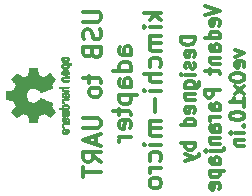
<source format=gbr>
%TF.GenerationSoftware,KiCad,Pcbnew,5.1.10-88a1d61d58~90~ubuntu20.04.1*%
%TF.CreationDate,2021-07-15T12:02:29+05:30*%
%TF.ProjectId,kimchi-uart-adapter,6b696d63-6869-42d7-9561-72742d616461,rev?*%
%TF.SameCoordinates,Original*%
%TF.FileFunction,Legend,Bot*%
%TF.FilePolarity,Positive*%
%FSLAX46Y46*%
G04 Gerber Fmt 4.6, Leading zero omitted, Abs format (unit mm)*
G04 Created by KiCad (PCBNEW 5.1.10-88a1d61d58~90~ubuntu20.04.1) date 2021-07-15 12:02:29*
%MOMM*%
%LPD*%
G01*
G04 APERTURE LIST*
%ADD10C,0.300000*%
%ADD11C,0.010000*%
G04 APERTURE END LIST*
D10*
X142721751Y-93160282D02*
X143936037Y-93160282D01*
X144078894Y-93231711D01*
X144150322Y-93303140D01*
X144221751Y-93445997D01*
X144221751Y-93731711D01*
X144150322Y-93874568D01*
X144078894Y-93945997D01*
X143936037Y-94017425D01*
X142721751Y-94017425D01*
X144150322Y-94660282D02*
X144221751Y-94874568D01*
X144221751Y-95231711D01*
X144150322Y-95374568D01*
X144078894Y-95445997D01*
X143936037Y-95517425D01*
X143793180Y-95517425D01*
X143650322Y-95445997D01*
X143578894Y-95374568D01*
X143507465Y-95231711D01*
X143436037Y-94945997D01*
X143364608Y-94803140D01*
X143293180Y-94731711D01*
X143150322Y-94660282D01*
X143007465Y-94660282D01*
X142864608Y-94731711D01*
X142793180Y-94803140D01*
X142721751Y-94945997D01*
X142721751Y-95303140D01*
X142793180Y-95517425D01*
X143436037Y-96660282D02*
X143507465Y-96874568D01*
X143578894Y-96945997D01*
X143721751Y-97017425D01*
X143936037Y-97017425D01*
X144078894Y-96945997D01*
X144150322Y-96874568D01*
X144221751Y-96731711D01*
X144221751Y-96160282D01*
X142721751Y-96160282D01*
X142721751Y-96660282D01*
X142793180Y-96803140D01*
X142864608Y-96874568D01*
X143007465Y-96945997D01*
X143150322Y-96945997D01*
X143293180Y-96874568D01*
X143364608Y-96803140D01*
X143436037Y-96660282D01*
X143436037Y-96160282D01*
X143221751Y-98588854D02*
X143221751Y-99160282D01*
X142721751Y-98803140D02*
X144007465Y-98803140D01*
X144150322Y-98874568D01*
X144221751Y-99017425D01*
X144221751Y-99160282D01*
X144221751Y-99874568D02*
X144150322Y-99731711D01*
X144078894Y-99660282D01*
X143936037Y-99588854D01*
X143507465Y-99588854D01*
X143364608Y-99660282D01*
X143293180Y-99731711D01*
X143221751Y-99874568D01*
X143221751Y-100088854D01*
X143293180Y-100231711D01*
X143364608Y-100303140D01*
X143507465Y-100374568D01*
X143936037Y-100374568D01*
X144078894Y-100303140D01*
X144150322Y-100231711D01*
X144221751Y-100088854D01*
X144221751Y-99874568D01*
X142721751Y-102160282D02*
X143936037Y-102160282D01*
X144078894Y-102231711D01*
X144150322Y-102303140D01*
X144221751Y-102445997D01*
X144221751Y-102731711D01*
X144150322Y-102874568D01*
X144078894Y-102945997D01*
X143936037Y-103017425D01*
X142721751Y-103017425D01*
X143793180Y-103660282D02*
X143793180Y-104374568D01*
X144221751Y-103517425D02*
X142721751Y-104017425D01*
X144221751Y-104517425D01*
X144221751Y-105874568D02*
X143507465Y-105374568D01*
X144221751Y-105017425D02*
X142721751Y-105017425D01*
X142721751Y-105588854D01*
X142793180Y-105731711D01*
X142864608Y-105803140D01*
X143007465Y-105874568D01*
X143221751Y-105874568D01*
X143364608Y-105803140D01*
X143436037Y-105731711D01*
X143507465Y-105588854D01*
X143507465Y-105017425D01*
X142721751Y-106303140D02*
X142721751Y-107160282D01*
X144221751Y-106731711D02*
X142721751Y-106731711D01*
X146771751Y-96803140D02*
X145986037Y-96803140D01*
X145843180Y-96731711D01*
X145771751Y-96588854D01*
X145771751Y-96303140D01*
X145843180Y-96160282D01*
X146700322Y-96803140D02*
X146771751Y-96660282D01*
X146771751Y-96303140D01*
X146700322Y-96160282D01*
X146557465Y-96088854D01*
X146414608Y-96088854D01*
X146271751Y-96160282D01*
X146200322Y-96303140D01*
X146200322Y-96660282D01*
X146128894Y-96803140D01*
X146771751Y-98160282D02*
X145271751Y-98160282D01*
X146700322Y-98160282D02*
X146771751Y-98017425D01*
X146771751Y-97731711D01*
X146700322Y-97588854D01*
X146628894Y-97517425D01*
X146486037Y-97445997D01*
X146057465Y-97445997D01*
X145914608Y-97517425D01*
X145843180Y-97588854D01*
X145771751Y-97731711D01*
X145771751Y-98017425D01*
X145843180Y-98160282D01*
X146771751Y-99517425D02*
X145986037Y-99517425D01*
X145843180Y-99445997D01*
X145771751Y-99303140D01*
X145771751Y-99017425D01*
X145843180Y-98874568D01*
X146700322Y-99517425D02*
X146771751Y-99374568D01*
X146771751Y-99017425D01*
X146700322Y-98874568D01*
X146557465Y-98803140D01*
X146414608Y-98803140D01*
X146271751Y-98874568D01*
X146200322Y-99017425D01*
X146200322Y-99374568D01*
X146128894Y-99517425D01*
X145771751Y-100231711D02*
X147271751Y-100231711D01*
X145843180Y-100231711D02*
X145771751Y-100374568D01*
X145771751Y-100660282D01*
X145843180Y-100803140D01*
X145914608Y-100874568D01*
X146057465Y-100945997D01*
X146486037Y-100945997D01*
X146628894Y-100874568D01*
X146700322Y-100803140D01*
X146771751Y-100660282D01*
X146771751Y-100374568D01*
X146700322Y-100231711D01*
X145771751Y-101374568D02*
X145771751Y-101945997D01*
X145271751Y-101588854D02*
X146557465Y-101588854D01*
X146700322Y-101660282D01*
X146771751Y-101803140D01*
X146771751Y-101945997D01*
X146700322Y-103017425D02*
X146771751Y-102874568D01*
X146771751Y-102588854D01*
X146700322Y-102445997D01*
X146557465Y-102374568D01*
X145986037Y-102374568D01*
X145843180Y-102445997D01*
X145771751Y-102588854D01*
X145771751Y-102874568D01*
X145843180Y-103017425D01*
X145986037Y-103088854D01*
X146128894Y-103088854D01*
X146271751Y-102374568D01*
X146771751Y-103731711D02*
X145771751Y-103731711D01*
X146057465Y-103731711D02*
X145914608Y-103803140D01*
X145843180Y-103874568D01*
X145771751Y-104017425D01*
X145771751Y-104160282D01*
X149321751Y-93267425D02*
X147821751Y-93267425D01*
X148750322Y-93410282D02*
X149321751Y-93838854D01*
X148321751Y-93838854D02*
X148893180Y-93267425D01*
X149321751Y-94481711D02*
X148321751Y-94481711D01*
X147821751Y-94481711D02*
X147893180Y-94410282D01*
X147964608Y-94481711D01*
X147893180Y-94553140D01*
X147821751Y-94481711D01*
X147964608Y-94481711D01*
X149321751Y-95195997D02*
X148321751Y-95195997D01*
X148464608Y-95195997D02*
X148393180Y-95267425D01*
X148321751Y-95410282D01*
X148321751Y-95624568D01*
X148393180Y-95767425D01*
X148536037Y-95838854D01*
X149321751Y-95838854D01*
X148536037Y-95838854D02*
X148393180Y-95910282D01*
X148321751Y-96053140D01*
X148321751Y-96267425D01*
X148393180Y-96410282D01*
X148536037Y-96481711D01*
X149321751Y-96481711D01*
X149250322Y-97838854D02*
X149321751Y-97695997D01*
X149321751Y-97410282D01*
X149250322Y-97267425D01*
X149178894Y-97195997D01*
X149036037Y-97124568D01*
X148607465Y-97124568D01*
X148464608Y-97195997D01*
X148393180Y-97267425D01*
X148321751Y-97410282D01*
X148321751Y-97695997D01*
X148393180Y-97838854D01*
X149321751Y-98481711D02*
X147821751Y-98481711D01*
X149321751Y-99124568D02*
X148536037Y-99124568D01*
X148393180Y-99053140D01*
X148321751Y-98910282D01*
X148321751Y-98695997D01*
X148393180Y-98553140D01*
X148464608Y-98481711D01*
X149321751Y-99838854D02*
X148321751Y-99838854D01*
X147821751Y-99838854D02*
X147893180Y-99767425D01*
X147964608Y-99838854D01*
X147893180Y-99910282D01*
X147821751Y-99838854D01*
X147964608Y-99838854D01*
X148750322Y-100553140D02*
X148750322Y-101695997D01*
X149321751Y-102410282D02*
X148321751Y-102410282D01*
X148464608Y-102410282D02*
X148393180Y-102481711D01*
X148321751Y-102624568D01*
X148321751Y-102838854D01*
X148393180Y-102981711D01*
X148536037Y-103053140D01*
X149321751Y-103053140D01*
X148536037Y-103053140D02*
X148393180Y-103124568D01*
X148321751Y-103267425D01*
X148321751Y-103481711D01*
X148393180Y-103624568D01*
X148536037Y-103695997D01*
X149321751Y-103695997D01*
X149321751Y-104410282D02*
X148321751Y-104410282D01*
X147821751Y-104410282D02*
X147893180Y-104338854D01*
X147964608Y-104410282D01*
X147893180Y-104481711D01*
X147821751Y-104410282D01*
X147964608Y-104410282D01*
X149250322Y-105767425D02*
X149321751Y-105624568D01*
X149321751Y-105338854D01*
X149250322Y-105195997D01*
X149178894Y-105124568D01*
X149036037Y-105053140D01*
X148607465Y-105053140D01*
X148464608Y-105124568D01*
X148393180Y-105195997D01*
X148321751Y-105338854D01*
X148321751Y-105624568D01*
X148393180Y-105767425D01*
X149321751Y-106410282D02*
X148321751Y-106410282D01*
X148607465Y-106410282D02*
X148464608Y-106481711D01*
X148393180Y-106553140D01*
X148321751Y-106695997D01*
X148321751Y-106838854D01*
X149321751Y-107553140D02*
X149250322Y-107410282D01*
X149178894Y-107338854D01*
X149036037Y-107267425D01*
X148607465Y-107267425D01*
X148464608Y-107338854D01*
X148393180Y-107410282D01*
X148321751Y-107553140D01*
X148321751Y-107767425D01*
X148393180Y-107910282D01*
X148464608Y-107981711D01*
X148607465Y-108053140D01*
X149036037Y-108053140D01*
X149178894Y-107981711D01*
X149250322Y-107910282D01*
X149321751Y-107767425D01*
X149321751Y-107553140D01*
X152148417Y-95307800D02*
X150948417Y-95307800D01*
X150948417Y-95593514D01*
X151005560Y-95764942D01*
X151119845Y-95879228D01*
X151234131Y-95936371D01*
X151462702Y-95993514D01*
X151634131Y-95993514D01*
X151862702Y-95936371D01*
X151976988Y-95879228D01*
X152091274Y-95764942D01*
X152148417Y-95593514D01*
X152148417Y-95307800D01*
X152091274Y-96964942D02*
X152148417Y-96850657D01*
X152148417Y-96622085D01*
X152091274Y-96507800D01*
X151976988Y-96450657D01*
X151519845Y-96450657D01*
X151405560Y-96507800D01*
X151348417Y-96622085D01*
X151348417Y-96850657D01*
X151405560Y-96964942D01*
X151519845Y-97022085D01*
X151634131Y-97022085D01*
X151748417Y-96450657D01*
X152091274Y-97479228D02*
X152148417Y-97593514D01*
X152148417Y-97822085D01*
X152091274Y-97936371D01*
X151976988Y-97993514D01*
X151919845Y-97993514D01*
X151805560Y-97936371D01*
X151748417Y-97822085D01*
X151748417Y-97650657D01*
X151691274Y-97536371D01*
X151576988Y-97479228D01*
X151519845Y-97479228D01*
X151405560Y-97536371D01*
X151348417Y-97650657D01*
X151348417Y-97822085D01*
X151405560Y-97936371D01*
X152148417Y-98507800D02*
X151348417Y-98507800D01*
X150948417Y-98507800D02*
X151005560Y-98450657D01*
X151062702Y-98507800D01*
X151005560Y-98564942D01*
X150948417Y-98507800D01*
X151062702Y-98507800D01*
X151348417Y-99593514D02*
X152319845Y-99593514D01*
X152434131Y-99536371D01*
X152491274Y-99479228D01*
X152548417Y-99364942D01*
X152548417Y-99193514D01*
X152491274Y-99079228D01*
X152091274Y-99593514D02*
X152148417Y-99479228D01*
X152148417Y-99250657D01*
X152091274Y-99136371D01*
X152034131Y-99079228D01*
X151919845Y-99022085D01*
X151576988Y-99022085D01*
X151462702Y-99079228D01*
X151405560Y-99136371D01*
X151348417Y-99250657D01*
X151348417Y-99479228D01*
X151405560Y-99593514D01*
X151348417Y-100164942D02*
X152148417Y-100164942D01*
X151462702Y-100164942D02*
X151405560Y-100222085D01*
X151348417Y-100336371D01*
X151348417Y-100507800D01*
X151405560Y-100622085D01*
X151519845Y-100679228D01*
X152148417Y-100679228D01*
X152091274Y-101707800D02*
X152148417Y-101593514D01*
X152148417Y-101364942D01*
X152091274Y-101250657D01*
X151976988Y-101193514D01*
X151519845Y-101193514D01*
X151405560Y-101250657D01*
X151348417Y-101364942D01*
X151348417Y-101593514D01*
X151405560Y-101707800D01*
X151519845Y-101764942D01*
X151634131Y-101764942D01*
X151748417Y-101193514D01*
X152148417Y-102793514D02*
X150948417Y-102793514D01*
X152091274Y-102793514D02*
X152148417Y-102679228D01*
X152148417Y-102450657D01*
X152091274Y-102336371D01*
X152034131Y-102279228D01*
X151919845Y-102222085D01*
X151576988Y-102222085D01*
X151462702Y-102279228D01*
X151405560Y-102336371D01*
X151348417Y-102450657D01*
X151348417Y-102679228D01*
X151405560Y-102793514D01*
X152148417Y-104279228D02*
X150948417Y-104279228D01*
X151405560Y-104279228D02*
X151348417Y-104393514D01*
X151348417Y-104622085D01*
X151405560Y-104736371D01*
X151462702Y-104793514D01*
X151576988Y-104850657D01*
X151919845Y-104850657D01*
X152034131Y-104793514D01*
X152091274Y-104736371D01*
X152148417Y-104622085D01*
X152148417Y-104393514D01*
X152091274Y-104279228D01*
X151348417Y-105250657D02*
X152148417Y-105536371D01*
X151348417Y-105822085D02*
X152148417Y-105536371D01*
X152434131Y-105422085D01*
X152491274Y-105364942D01*
X152548417Y-105250657D01*
X153048417Y-92679228D02*
X154248417Y-93079228D01*
X153048417Y-93479228D01*
X154191274Y-94336371D02*
X154248417Y-94222085D01*
X154248417Y-93993514D01*
X154191274Y-93879228D01*
X154076988Y-93822085D01*
X153619845Y-93822085D01*
X153505560Y-93879228D01*
X153448417Y-93993514D01*
X153448417Y-94222085D01*
X153505560Y-94336371D01*
X153619845Y-94393514D01*
X153734131Y-94393514D01*
X153848417Y-93822085D01*
X154248417Y-95422085D02*
X153048417Y-95422085D01*
X154191274Y-95422085D02*
X154248417Y-95307800D01*
X154248417Y-95079228D01*
X154191274Y-94964942D01*
X154134131Y-94907800D01*
X154019845Y-94850657D01*
X153676988Y-94850657D01*
X153562702Y-94907800D01*
X153505560Y-94964942D01*
X153448417Y-95079228D01*
X153448417Y-95307800D01*
X153505560Y-95422085D01*
X154248417Y-96507800D02*
X153619845Y-96507800D01*
X153505560Y-96450657D01*
X153448417Y-96336371D01*
X153448417Y-96107800D01*
X153505560Y-95993514D01*
X154191274Y-96507800D02*
X154248417Y-96393514D01*
X154248417Y-96107800D01*
X154191274Y-95993514D01*
X154076988Y-95936371D01*
X153962702Y-95936371D01*
X153848417Y-95993514D01*
X153791274Y-96107800D01*
X153791274Y-96393514D01*
X153734131Y-96507800D01*
X153448417Y-97079228D02*
X154248417Y-97079228D01*
X153562702Y-97079228D02*
X153505560Y-97136371D01*
X153448417Y-97250657D01*
X153448417Y-97422085D01*
X153505560Y-97536371D01*
X153619845Y-97593514D01*
X154248417Y-97593514D01*
X153448417Y-97993514D02*
X153448417Y-98450657D01*
X153048417Y-98164942D02*
X154076988Y-98164942D01*
X154191274Y-98222085D01*
X154248417Y-98336371D01*
X154248417Y-98450657D01*
X154248417Y-99764942D02*
X153048417Y-99764942D01*
X153048417Y-100222085D01*
X153105560Y-100336371D01*
X153162702Y-100393514D01*
X153276988Y-100450657D01*
X153448417Y-100450657D01*
X153562702Y-100393514D01*
X153619845Y-100336371D01*
X153676988Y-100222085D01*
X153676988Y-99764942D01*
X154248417Y-101479228D02*
X153619845Y-101479228D01*
X153505560Y-101422085D01*
X153448417Y-101307800D01*
X153448417Y-101079228D01*
X153505560Y-100964942D01*
X154191274Y-101479228D02*
X154248417Y-101364942D01*
X154248417Y-101079228D01*
X154191274Y-100964942D01*
X154076988Y-100907800D01*
X153962702Y-100907800D01*
X153848417Y-100964942D01*
X153791274Y-101079228D01*
X153791274Y-101364942D01*
X153734131Y-101479228D01*
X154248417Y-102050657D02*
X153448417Y-102050657D01*
X153676988Y-102050657D02*
X153562702Y-102107800D01*
X153505560Y-102164942D01*
X153448417Y-102279228D01*
X153448417Y-102393514D01*
X154248417Y-103307800D02*
X153619845Y-103307800D01*
X153505560Y-103250657D01*
X153448417Y-103136371D01*
X153448417Y-102907800D01*
X153505560Y-102793514D01*
X154191274Y-103307800D02*
X154248417Y-103193514D01*
X154248417Y-102907800D01*
X154191274Y-102793514D01*
X154076988Y-102736371D01*
X153962702Y-102736371D01*
X153848417Y-102793514D01*
X153791274Y-102907800D01*
X153791274Y-103193514D01*
X153734131Y-103307800D01*
X153448417Y-103879228D02*
X154248417Y-103879228D01*
X153562702Y-103879228D02*
X153505560Y-103936371D01*
X153448417Y-104050657D01*
X153448417Y-104222085D01*
X153505560Y-104336371D01*
X153619845Y-104393514D01*
X154248417Y-104393514D01*
X153448417Y-104964942D02*
X154476988Y-104964942D01*
X154591274Y-104907800D01*
X154648417Y-104793514D01*
X154648417Y-104736371D01*
X153048417Y-104964942D02*
X153105560Y-104907800D01*
X153162702Y-104964942D01*
X153105560Y-105022085D01*
X153048417Y-104964942D01*
X153162702Y-104964942D01*
X154248417Y-106050657D02*
X153619845Y-106050657D01*
X153505560Y-105993514D01*
X153448417Y-105879228D01*
X153448417Y-105650657D01*
X153505560Y-105536371D01*
X154191274Y-106050657D02*
X154248417Y-105936371D01*
X154248417Y-105650657D01*
X154191274Y-105536371D01*
X154076988Y-105479228D01*
X153962702Y-105479228D01*
X153848417Y-105536371D01*
X153791274Y-105650657D01*
X153791274Y-105936371D01*
X153734131Y-106050657D01*
X153448417Y-106622085D02*
X154648417Y-106622085D01*
X153505560Y-106622085D02*
X153448417Y-106736371D01*
X153448417Y-106964942D01*
X153505560Y-107079228D01*
X153562702Y-107136371D01*
X153676988Y-107193514D01*
X154019845Y-107193514D01*
X154134131Y-107136371D01*
X154191274Y-107079228D01*
X154248417Y-106964942D01*
X154248417Y-106736371D01*
X154191274Y-106622085D01*
X154191274Y-108164942D02*
X154248417Y-108050657D01*
X154248417Y-107822085D01*
X154191274Y-107707800D01*
X154076988Y-107650657D01*
X153619845Y-107650657D01*
X153505560Y-107707800D01*
X153448417Y-107822085D01*
X153448417Y-108050657D01*
X153505560Y-108164942D01*
X153619845Y-108222085D01*
X153734131Y-108222085D01*
X153848417Y-107650657D01*
X155548417Y-96393514D02*
X156348417Y-96679228D01*
X155548417Y-96964942D01*
X156291274Y-97879228D02*
X156348417Y-97764942D01*
X156348417Y-97536371D01*
X156291274Y-97422085D01*
X156176988Y-97364942D01*
X155719845Y-97364942D01*
X155605560Y-97422085D01*
X155548417Y-97536371D01*
X155548417Y-97764942D01*
X155605560Y-97879228D01*
X155719845Y-97936371D01*
X155834131Y-97936371D01*
X155948417Y-97364942D01*
X155148417Y-98679228D02*
X155148417Y-98793514D01*
X155205560Y-98907800D01*
X155262702Y-98964942D01*
X155376988Y-99022085D01*
X155605560Y-99079228D01*
X155891274Y-99079228D01*
X156119845Y-99022085D01*
X156234131Y-98964942D01*
X156291274Y-98907800D01*
X156348417Y-98793514D01*
X156348417Y-98679228D01*
X156291274Y-98564942D01*
X156234131Y-98507800D01*
X156119845Y-98450657D01*
X155891274Y-98393514D01*
X155605560Y-98393514D01*
X155376988Y-98450657D01*
X155262702Y-98507800D01*
X155205560Y-98564942D01*
X155148417Y-98679228D01*
X156348417Y-99479228D02*
X155548417Y-100107800D01*
X155548417Y-99479228D02*
X156348417Y-100107800D01*
X156348417Y-101193514D02*
X156348417Y-100507800D01*
X156348417Y-100850657D02*
X155148417Y-100850657D01*
X155319845Y-100736371D01*
X155434131Y-100622085D01*
X155491274Y-100507800D01*
X155148417Y-101936371D02*
X155148417Y-102050657D01*
X155205560Y-102164942D01*
X155262702Y-102222085D01*
X155376988Y-102279228D01*
X155605560Y-102336371D01*
X155891274Y-102336371D01*
X156119845Y-102279228D01*
X156234131Y-102222085D01*
X156291274Y-102164942D01*
X156348417Y-102050657D01*
X156348417Y-101936371D01*
X156291274Y-101822085D01*
X156234131Y-101764942D01*
X156119845Y-101707800D01*
X155891274Y-101650657D01*
X155605560Y-101650657D01*
X155376988Y-101707800D01*
X155262702Y-101764942D01*
X155205560Y-101822085D01*
X155148417Y-101936371D01*
X156234131Y-102850657D02*
X156291274Y-102907800D01*
X156348417Y-102850657D01*
X156291274Y-102793514D01*
X156234131Y-102850657D01*
X156348417Y-102850657D01*
X156348417Y-103422085D02*
X155548417Y-103422085D01*
X155148417Y-103422085D02*
X155205560Y-103364942D01*
X155262702Y-103422085D01*
X155205560Y-103479228D01*
X155148417Y-103422085D01*
X155262702Y-103422085D01*
X155548417Y-103993514D02*
X156348417Y-103993514D01*
X155662702Y-103993514D02*
X155605560Y-104050657D01*
X155548417Y-104164942D01*
X155548417Y-104336371D01*
X155605560Y-104450657D01*
X155719845Y-104507800D01*
X156348417Y-104507800D01*
D11*
%TO.C,REF\u002A\u002A*%
G36*
X136177808Y-100345010D02*
G01*
X136178238Y-100423554D01*
X136179402Y-100480398D01*
X136181667Y-100519205D01*
X136185400Y-100543638D01*
X136190966Y-100557362D01*
X136198733Y-100564040D01*
X136209065Y-100567336D01*
X136210403Y-100567656D01*
X136234539Y-100572662D01*
X136282161Y-100581929D01*
X136348201Y-100594492D01*
X136427588Y-100609387D01*
X136515256Y-100625651D01*
X136518335Y-100626219D01*
X136604249Y-100642510D01*
X136680156Y-100657752D01*
X136741505Y-100670961D01*
X136783742Y-100681154D01*
X136802315Y-100687348D01*
X136802644Y-100687643D01*
X136811713Y-100705888D01*
X136826827Y-100743505D01*
X136844722Y-100792371D01*
X136844818Y-100792643D01*
X136867953Y-100854193D01*
X136897425Y-100926757D01*
X136927057Y-100995157D01*
X136928522Y-100998394D01*
X136979086Y-101109802D01*
X136810620Y-101356499D01*
X136759263Y-101432177D01*
X136713349Y-101500731D01*
X136675490Y-101558188D01*
X136648297Y-101600576D01*
X136634381Y-101623925D01*
X136633349Y-101626142D01*
X136637944Y-101643110D01*
X136660115Y-101674801D01*
X136700907Y-101722452D01*
X136761365Y-101787298D01*
X136825687Y-101853497D01*
X136889072Y-101917314D01*
X136946911Y-101974429D01*
X136995635Y-102021405D01*
X137031670Y-102054803D01*
X137051444Y-102071185D01*
X137052462Y-102071794D01*
X137066032Y-102073605D01*
X137088193Y-102066783D01*
X137121938Y-102049640D01*
X137170260Y-102020493D01*
X137236152Y-101977655D01*
X137320977Y-101920548D01*
X137395637Y-101869866D01*
X137462600Y-101824561D01*
X137517976Y-101787250D01*
X137557880Y-101760552D01*
X137578422Y-101747085D01*
X137579816Y-101746237D01*
X137599498Y-101747881D01*
X137637753Y-101760345D01*
X137687349Y-101781148D01*
X137703188Y-101788562D01*
X137773750Y-101820914D01*
X137853813Y-101855428D01*
X137923089Y-101883465D01*
X137974505Y-101903668D01*
X138013579Y-101919715D01*
X138034001Y-101928988D01*
X138035574Y-101930141D01*
X138038181Y-101947196D01*
X138045323Y-101987398D01*
X138055983Y-102045402D01*
X138069145Y-102115863D01*
X138083793Y-102193435D01*
X138098909Y-102272772D01*
X138113478Y-102348531D01*
X138126482Y-102415364D01*
X138136905Y-102467928D01*
X138143730Y-102500876D01*
X138145659Y-102508957D01*
X138150422Y-102517305D01*
X138161178Y-102523606D01*
X138181558Y-102528145D01*
X138215194Y-102531204D01*
X138265715Y-102533067D01*
X138336752Y-102534018D01*
X138431936Y-102534340D01*
X138470952Y-102534357D01*
X138788259Y-102534357D01*
X138803299Y-102458157D01*
X138811455Y-102415763D01*
X138823359Y-102352500D01*
X138837576Y-102276062D01*
X138852670Y-102194143D01*
X138856815Y-102171500D01*
X138871513Y-102095906D01*
X138885965Y-102030053D01*
X138898835Y-101979466D01*
X138908782Y-101949674D01*
X138911747Y-101944712D01*
X138932743Y-101932526D01*
X138973427Y-101915053D01*
X139025782Y-101895677D01*
X139037060Y-101891834D01*
X139106983Y-101866439D01*
X139185878Y-101834917D01*
X139256726Y-101804069D01*
X139257055Y-101803917D01*
X139368193Y-101752547D01*
X139616713Y-101921499D01*
X139865232Y-102090452D01*
X140082518Y-101873529D01*
X140147186Y-101807919D01*
X140204193Y-101748079D01*
X140250493Y-101697367D01*
X140283044Y-101659146D01*
X140298803Y-101636775D01*
X140299803Y-101633566D01*
X140291929Y-101614726D01*
X140270038Y-101576280D01*
X140236727Y-101522430D01*
X140194591Y-101457376D01*
X140147403Y-101387040D01*
X140099270Y-101315655D01*
X140057388Y-101252008D01*
X140024331Y-101200141D01*
X140002678Y-101164095D01*
X139995003Y-101147967D01*
X140001497Y-101128289D01*
X140018610Y-101090975D01*
X140042786Y-101043721D01*
X140045473Y-101038712D01*
X140077387Y-100975077D01*
X140093039Y-100931441D01*
X140093205Y-100904302D01*
X140078664Y-100890157D01*
X140078460Y-100890075D01*
X140061239Y-100883005D01*
X140020359Y-100866142D01*
X139958985Y-100840795D01*
X139880279Y-100808271D01*
X139787407Y-100769878D01*
X139683532Y-100726922D01*
X139582962Y-100685322D01*
X139471976Y-100639604D01*
X139369163Y-100597626D01*
X139277675Y-100560648D01*
X139200661Y-100529927D01*
X139141275Y-100506722D01*
X139102669Y-100492290D01*
X139088260Y-100487843D01*
X139071732Y-100498996D01*
X139045390Y-100528169D01*
X139016347Y-100567071D01*
X138924499Y-100677857D01*
X138819219Y-100764451D01*
X138702726Y-100825816D01*
X138577236Y-100860915D01*
X138444967Y-100868708D01*
X138383917Y-100863043D01*
X138257255Y-100832178D01*
X138145401Y-100779020D01*
X138049461Y-100706867D01*
X137970536Y-100619017D01*
X137909730Y-100518765D01*
X137868147Y-100409410D01*
X137846888Y-100294247D01*
X137847059Y-100176575D01*
X137869761Y-100059690D01*
X137916098Y-99946889D01*
X137987173Y-99841469D01*
X138027371Y-99797468D01*
X138130589Y-99713079D01*
X138243385Y-99654322D01*
X138362470Y-99620804D01*
X138484555Y-99612135D01*
X138606353Y-99627923D01*
X138724576Y-99667778D01*
X138835935Y-99731307D01*
X138937144Y-99818121D01*
X139016347Y-99915129D01*
X139046622Y-99955537D01*
X139072679Y-99984082D01*
X139088285Y-99994357D01*
X139105303Y-99988977D01*
X139145960Y-99973675D01*
X139207102Y-99949712D01*
X139285579Y-99918344D01*
X139378240Y-99880832D01*
X139481932Y-99838433D01*
X139582986Y-99796763D01*
X139694067Y-99750790D01*
X139797001Y-99708207D01*
X139888625Y-99670321D01*
X139965776Y-99638440D01*
X140025291Y-99613871D01*
X140064004Y-99597920D01*
X140078460Y-99592010D01*
X140093145Y-99578048D01*
X140093102Y-99551040D01*
X140077559Y-99507513D01*
X140045744Y-99443990D01*
X140045473Y-99443488D01*
X140020783Y-99395660D01*
X140002798Y-99356997D01*
X139995074Y-99335195D01*
X139995003Y-99334233D01*
X140002838Y-99317821D01*
X140024625Y-99281587D01*
X140057788Y-99229574D01*
X140099751Y-99165825D01*
X140147403Y-99095160D01*
X140195651Y-99023216D01*
X140237611Y-98958374D01*
X140270687Y-98904835D01*
X140292281Y-98866797D01*
X140299803Y-98848633D01*
X140289917Y-98831908D01*
X140262286Y-98798280D01*
X140219955Y-98751110D01*
X140165965Y-98693758D01*
X140103359Y-98629584D01*
X140082443Y-98608597D01*
X139865083Y-98391599D01*
X139622680Y-98556768D01*
X139548241Y-98606964D01*
X139481432Y-98651019D01*
X139426125Y-98686462D01*
X139386189Y-98710819D01*
X139365496Y-98721622D01*
X139364023Y-98721938D01*
X139344518Y-98716243D01*
X139305282Y-98700926D01*
X139252890Y-98678637D01*
X139217815Y-98662993D01*
X139150661Y-98633741D01*
X139082818Y-98606194D01*
X139025494Y-98584837D01*
X139008032Y-98579035D01*
X138961398Y-98562552D01*
X138925365Y-98546440D01*
X138911747Y-98537590D01*
X138903412Y-98518060D01*
X138891597Y-98475434D01*
X138877641Y-98415245D01*
X138862882Y-98343022D01*
X138856815Y-98310700D01*
X138841733Y-98228622D01*
X138827129Y-98149895D01*
X138814440Y-98082209D01*
X138805102Y-98033260D01*
X138803299Y-98024043D01*
X138788259Y-97947843D01*
X138470952Y-97947843D01*
X138366614Y-97948014D01*
X138287673Y-97948716D01*
X138230498Y-97950234D01*
X138191459Y-97952849D01*
X138166925Y-97956846D01*
X138153265Y-97962509D01*
X138146849Y-97970120D01*
X138145659Y-97973243D01*
X138141440Y-97992078D01*
X138133022Y-98033688D01*
X138121421Y-98092730D01*
X138107655Y-98163857D01*
X138092740Y-98241725D01*
X138077692Y-98320987D01*
X138063529Y-98396298D01*
X138051266Y-98462313D01*
X138041921Y-98513687D01*
X138036510Y-98545075D01*
X138035574Y-98552059D01*
X138023056Y-98558385D01*
X137989706Y-98572390D01*
X137941837Y-98591455D01*
X137923089Y-98598734D01*
X137850655Y-98628096D01*
X137770630Y-98662671D01*
X137703188Y-98693637D01*
X137651619Y-98716423D01*
X137609245Y-98731582D01*
X137583294Y-98736642D01*
X137579816Y-98735836D01*
X137563396Y-98725141D01*
X137526877Y-98700720D01*
X137474147Y-98665195D01*
X137409095Y-98621187D01*
X137335611Y-98571317D01*
X137321105Y-98561456D01*
X137235164Y-98503592D01*
X137169721Y-98461056D01*
X137121764Y-98432154D01*
X137088280Y-98415190D01*
X137066255Y-98408467D01*
X137052677Y-98410290D01*
X137052591Y-98410336D01*
X137034757Y-98424686D01*
X137000277Y-98456423D01*
X136952728Y-98502110D01*
X136895682Y-98558304D01*
X136832715Y-98621568D01*
X136825687Y-98628702D01*
X136748480Y-98708430D01*
X136691790Y-98769957D01*
X136654570Y-98814521D01*
X136635775Y-98843357D01*
X136633349Y-98856058D01*
X136643931Y-98874594D01*
X136668376Y-98913061D01*
X136704072Y-98967486D01*
X136748407Y-99033898D01*
X136798771Y-99108325D01*
X136810620Y-99125701D01*
X136979086Y-99372397D01*
X136928522Y-99483806D01*
X136899055Y-99551557D01*
X136869419Y-99624283D01*
X136845790Y-99686803D01*
X136844818Y-99689557D01*
X136826917Y-99738460D01*
X136811780Y-99776157D01*
X136802670Y-99794525D01*
X136802644Y-99794556D01*
X136786177Y-99800385D01*
X136745679Y-99810292D01*
X136685702Y-99823295D01*
X136610800Y-99838409D01*
X136525524Y-99854652D01*
X136518335Y-99855981D01*
X136430474Y-99872275D01*
X136350720Y-99887233D01*
X136284141Y-99899891D01*
X136235807Y-99909286D01*
X136210785Y-99914454D01*
X136210403Y-99914544D01*
X136199759Y-99917689D01*
X136191722Y-99923804D01*
X136185927Y-99936553D01*
X136182007Y-99959600D01*
X136179595Y-99996609D01*
X136178325Y-100051244D01*
X136177831Y-100127167D01*
X136177746Y-100228044D01*
X136177746Y-100241100D01*
X136177808Y-100345010D01*
G37*
X136177808Y-100345010D02*
X136178238Y-100423554D01*
X136179402Y-100480398D01*
X136181667Y-100519205D01*
X136185400Y-100543638D01*
X136190966Y-100557362D01*
X136198733Y-100564040D01*
X136209065Y-100567336D01*
X136210403Y-100567656D01*
X136234539Y-100572662D01*
X136282161Y-100581929D01*
X136348201Y-100594492D01*
X136427588Y-100609387D01*
X136515256Y-100625651D01*
X136518335Y-100626219D01*
X136604249Y-100642510D01*
X136680156Y-100657752D01*
X136741505Y-100670961D01*
X136783742Y-100681154D01*
X136802315Y-100687348D01*
X136802644Y-100687643D01*
X136811713Y-100705888D01*
X136826827Y-100743505D01*
X136844722Y-100792371D01*
X136844818Y-100792643D01*
X136867953Y-100854193D01*
X136897425Y-100926757D01*
X136927057Y-100995157D01*
X136928522Y-100998394D01*
X136979086Y-101109802D01*
X136810620Y-101356499D01*
X136759263Y-101432177D01*
X136713349Y-101500731D01*
X136675490Y-101558188D01*
X136648297Y-101600576D01*
X136634381Y-101623925D01*
X136633349Y-101626142D01*
X136637944Y-101643110D01*
X136660115Y-101674801D01*
X136700907Y-101722452D01*
X136761365Y-101787298D01*
X136825687Y-101853497D01*
X136889072Y-101917314D01*
X136946911Y-101974429D01*
X136995635Y-102021405D01*
X137031670Y-102054803D01*
X137051444Y-102071185D01*
X137052462Y-102071794D01*
X137066032Y-102073605D01*
X137088193Y-102066783D01*
X137121938Y-102049640D01*
X137170260Y-102020493D01*
X137236152Y-101977655D01*
X137320977Y-101920548D01*
X137395637Y-101869866D01*
X137462600Y-101824561D01*
X137517976Y-101787250D01*
X137557880Y-101760552D01*
X137578422Y-101747085D01*
X137579816Y-101746237D01*
X137599498Y-101747881D01*
X137637753Y-101760345D01*
X137687349Y-101781148D01*
X137703188Y-101788562D01*
X137773750Y-101820914D01*
X137853813Y-101855428D01*
X137923089Y-101883465D01*
X137974505Y-101903668D01*
X138013579Y-101919715D01*
X138034001Y-101928988D01*
X138035574Y-101930141D01*
X138038181Y-101947196D01*
X138045323Y-101987398D01*
X138055983Y-102045402D01*
X138069145Y-102115863D01*
X138083793Y-102193435D01*
X138098909Y-102272772D01*
X138113478Y-102348531D01*
X138126482Y-102415364D01*
X138136905Y-102467928D01*
X138143730Y-102500876D01*
X138145659Y-102508957D01*
X138150422Y-102517305D01*
X138161178Y-102523606D01*
X138181558Y-102528145D01*
X138215194Y-102531204D01*
X138265715Y-102533067D01*
X138336752Y-102534018D01*
X138431936Y-102534340D01*
X138470952Y-102534357D01*
X138788259Y-102534357D01*
X138803299Y-102458157D01*
X138811455Y-102415763D01*
X138823359Y-102352500D01*
X138837576Y-102276062D01*
X138852670Y-102194143D01*
X138856815Y-102171500D01*
X138871513Y-102095906D01*
X138885965Y-102030053D01*
X138898835Y-101979466D01*
X138908782Y-101949674D01*
X138911747Y-101944712D01*
X138932743Y-101932526D01*
X138973427Y-101915053D01*
X139025782Y-101895677D01*
X139037060Y-101891834D01*
X139106983Y-101866439D01*
X139185878Y-101834917D01*
X139256726Y-101804069D01*
X139257055Y-101803917D01*
X139368193Y-101752547D01*
X139616713Y-101921499D01*
X139865232Y-102090452D01*
X140082518Y-101873529D01*
X140147186Y-101807919D01*
X140204193Y-101748079D01*
X140250493Y-101697367D01*
X140283044Y-101659146D01*
X140298803Y-101636775D01*
X140299803Y-101633566D01*
X140291929Y-101614726D01*
X140270038Y-101576280D01*
X140236727Y-101522430D01*
X140194591Y-101457376D01*
X140147403Y-101387040D01*
X140099270Y-101315655D01*
X140057388Y-101252008D01*
X140024331Y-101200141D01*
X140002678Y-101164095D01*
X139995003Y-101147967D01*
X140001497Y-101128289D01*
X140018610Y-101090975D01*
X140042786Y-101043721D01*
X140045473Y-101038712D01*
X140077387Y-100975077D01*
X140093039Y-100931441D01*
X140093205Y-100904302D01*
X140078664Y-100890157D01*
X140078460Y-100890075D01*
X140061239Y-100883005D01*
X140020359Y-100866142D01*
X139958985Y-100840795D01*
X139880279Y-100808271D01*
X139787407Y-100769878D01*
X139683532Y-100726922D01*
X139582962Y-100685322D01*
X139471976Y-100639604D01*
X139369163Y-100597626D01*
X139277675Y-100560648D01*
X139200661Y-100529927D01*
X139141275Y-100506722D01*
X139102669Y-100492290D01*
X139088260Y-100487843D01*
X139071732Y-100498996D01*
X139045390Y-100528169D01*
X139016347Y-100567071D01*
X138924499Y-100677857D01*
X138819219Y-100764451D01*
X138702726Y-100825816D01*
X138577236Y-100860915D01*
X138444967Y-100868708D01*
X138383917Y-100863043D01*
X138257255Y-100832178D01*
X138145401Y-100779020D01*
X138049461Y-100706867D01*
X137970536Y-100619017D01*
X137909730Y-100518765D01*
X137868147Y-100409410D01*
X137846888Y-100294247D01*
X137847059Y-100176575D01*
X137869761Y-100059690D01*
X137916098Y-99946889D01*
X137987173Y-99841469D01*
X138027371Y-99797468D01*
X138130589Y-99713079D01*
X138243385Y-99654322D01*
X138362470Y-99620804D01*
X138484555Y-99612135D01*
X138606353Y-99627923D01*
X138724576Y-99667778D01*
X138835935Y-99731307D01*
X138937144Y-99818121D01*
X139016347Y-99915129D01*
X139046622Y-99955537D01*
X139072679Y-99984082D01*
X139088285Y-99994357D01*
X139105303Y-99988977D01*
X139145960Y-99973675D01*
X139207102Y-99949712D01*
X139285579Y-99918344D01*
X139378240Y-99880832D01*
X139481932Y-99838433D01*
X139582986Y-99796763D01*
X139694067Y-99750790D01*
X139797001Y-99708207D01*
X139888625Y-99670321D01*
X139965776Y-99638440D01*
X140025291Y-99613871D01*
X140064004Y-99597920D01*
X140078460Y-99592010D01*
X140093145Y-99578048D01*
X140093102Y-99551040D01*
X140077559Y-99507513D01*
X140045744Y-99443990D01*
X140045473Y-99443488D01*
X140020783Y-99395660D01*
X140002798Y-99356997D01*
X139995074Y-99335195D01*
X139995003Y-99334233D01*
X140002838Y-99317821D01*
X140024625Y-99281587D01*
X140057788Y-99229574D01*
X140099751Y-99165825D01*
X140147403Y-99095160D01*
X140195651Y-99023216D01*
X140237611Y-98958374D01*
X140270687Y-98904835D01*
X140292281Y-98866797D01*
X140299803Y-98848633D01*
X140289917Y-98831908D01*
X140262286Y-98798280D01*
X140219955Y-98751110D01*
X140165965Y-98693758D01*
X140103359Y-98629584D01*
X140082443Y-98608597D01*
X139865083Y-98391599D01*
X139622680Y-98556768D01*
X139548241Y-98606964D01*
X139481432Y-98651019D01*
X139426125Y-98686462D01*
X139386189Y-98710819D01*
X139365496Y-98721622D01*
X139364023Y-98721938D01*
X139344518Y-98716243D01*
X139305282Y-98700926D01*
X139252890Y-98678637D01*
X139217815Y-98662993D01*
X139150661Y-98633741D01*
X139082818Y-98606194D01*
X139025494Y-98584837D01*
X139008032Y-98579035D01*
X138961398Y-98562552D01*
X138925365Y-98546440D01*
X138911747Y-98537590D01*
X138903412Y-98518060D01*
X138891597Y-98475434D01*
X138877641Y-98415245D01*
X138862882Y-98343022D01*
X138856815Y-98310700D01*
X138841733Y-98228622D01*
X138827129Y-98149895D01*
X138814440Y-98082209D01*
X138805102Y-98033260D01*
X138803299Y-98024043D01*
X138788259Y-97947843D01*
X138470952Y-97947843D01*
X138366614Y-97948014D01*
X138287673Y-97948716D01*
X138230498Y-97950234D01*
X138191459Y-97952849D01*
X138166925Y-97956846D01*
X138153265Y-97962509D01*
X138146849Y-97970120D01*
X138145659Y-97973243D01*
X138141440Y-97992078D01*
X138133022Y-98033688D01*
X138121421Y-98092730D01*
X138107655Y-98163857D01*
X138092740Y-98241725D01*
X138077692Y-98320987D01*
X138063529Y-98396298D01*
X138051266Y-98462313D01*
X138041921Y-98513687D01*
X138036510Y-98545075D01*
X138035574Y-98552059D01*
X138023056Y-98558385D01*
X137989706Y-98572390D01*
X137941837Y-98591455D01*
X137923089Y-98598734D01*
X137850655Y-98628096D01*
X137770630Y-98662671D01*
X137703188Y-98693637D01*
X137651619Y-98716423D01*
X137609245Y-98731582D01*
X137583294Y-98736642D01*
X137579816Y-98735836D01*
X137563396Y-98725141D01*
X137526877Y-98700720D01*
X137474147Y-98665195D01*
X137409095Y-98621187D01*
X137335611Y-98571317D01*
X137321105Y-98561456D01*
X137235164Y-98503592D01*
X137169721Y-98461056D01*
X137121764Y-98432154D01*
X137088280Y-98415190D01*
X137066255Y-98408467D01*
X137052677Y-98410290D01*
X137052591Y-98410336D01*
X137034757Y-98424686D01*
X137000277Y-98456423D01*
X136952728Y-98502110D01*
X136895682Y-98558304D01*
X136832715Y-98621568D01*
X136825687Y-98628702D01*
X136748480Y-98708430D01*
X136691790Y-98769957D01*
X136654570Y-98814521D01*
X136635775Y-98843357D01*
X136633349Y-98856058D01*
X136643931Y-98874594D01*
X136668376Y-98913061D01*
X136704072Y-98967486D01*
X136748407Y-99033898D01*
X136798771Y-99108325D01*
X136810620Y-99125701D01*
X136979086Y-99372397D01*
X136928522Y-99483806D01*
X136899055Y-99551557D01*
X136869419Y-99624283D01*
X136845790Y-99686803D01*
X136844818Y-99689557D01*
X136826917Y-99738460D01*
X136811780Y-99776157D01*
X136802670Y-99794525D01*
X136802644Y-99794556D01*
X136786177Y-99800385D01*
X136745679Y-99810292D01*
X136685702Y-99823295D01*
X136610800Y-99838409D01*
X136525524Y-99854652D01*
X136518335Y-99855981D01*
X136430474Y-99872275D01*
X136350720Y-99887233D01*
X136284141Y-99899891D01*
X136235807Y-99909286D01*
X136210785Y-99914454D01*
X136210403Y-99914544D01*
X136199759Y-99917689D01*
X136191722Y-99923804D01*
X136185927Y-99936553D01*
X136182007Y-99959600D01*
X136179595Y-99996609D01*
X136178325Y-100051244D01*
X136177831Y-100127167D01*
X136177746Y-100228044D01*
X136177746Y-100241100D01*
X136177808Y-100345010D01*
G36*
X140902426Y-103394695D02*
G01*
X140939957Y-103452121D01*
X140973556Y-103479819D01*
X141034524Y-103501762D01*
X141082768Y-103503505D01*
X141147276Y-103499557D01*
X141212394Y-103350786D01*
X141245662Y-103278449D01*
X141272424Y-103231184D01*
X141295604Y-103206607D01*
X141318127Y-103202337D01*
X141342915Y-103215989D01*
X141359346Y-103231043D01*
X141385695Y-103274846D01*
X141387541Y-103322489D01*
X141367006Y-103366245D01*
X141326212Y-103398389D01*
X141311807Y-103404138D01*
X141266816Y-103431676D01*
X141247642Y-103463358D01*
X141231239Y-103506814D01*
X141293426Y-103506814D01*
X141335743Y-103502972D01*
X141371429Y-103487923D01*
X141412403Y-103456380D01*
X141417727Y-103451692D01*
X141454180Y-103416606D01*
X141473743Y-103386447D01*
X141482743Y-103348715D01*
X141485690Y-103317435D01*
X141486425Y-103261485D01*
X141477120Y-103221655D01*
X141463306Y-103196808D01*
X141432927Y-103157756D01*
X141400073Y-103130725D01*
X141358754Y-103113617D01*
X141302981Y-103104338D01*
X141226765Y-103100793D01*
X141188082Y-103100510D01*
X141141707Y-103101472D01*
X141141707Y-103189107D01*
X141166586Y-103190123D01*
X141170660Y-103192656D01*
X141165125Y-103209374D01*
X141150477Y-103245349D01*
X141129650Y-103293431D01*
X141125174Y-103303486D01*
X141094274Y-103364252D01*
X141067117Y-103397732D01*
X141041680Y-103405090D01*
X141015941Y-103387491D01*
X141004569Y-103372956D01*
X140981824Y-103320510D01*
X140985582Y-103271422D01*
X141013344Y-103230327D01*
X141062612Y-103201858D01*
X141101717Y-103192731D01*
X141141707Y-103189107D01*
X141141707Y-103101472D01*
X141097709Y-103102385D01*
X141030844Y-103109296D01*
X140982155Y-103122984D01*
X140946309Y-103145196D01*
X140917973Y-103177674D01*
X140908815Y-103191833D01*
X140884967Y-103256153D01*
X140883466Y-103326573D01*
X140902426Y-103394695D01*
G37*
X140902426Y-103394695D02*
X140939957Y-103452121D01*
X140973556Y-103479819D01*
X141034524Y-103501762D01*
X141082768Y-103503505D01*
X141147276Y-103499557D01*
X141212394Y-103350786D01*
X141245662Y-103278449D01*
X141272424Y-103231184D01*
X141295604Y-103206607D01*
X141318127Y-103202337D01*
X141342915Y-103215989D01*
X141359346Y-103231043D01*
X141385695Y-103274846D01*
X141387541Y-103322489D01*
X141367006Y-103366245D01*
X141326212Y-103398389D01*
X141311807Y-103404138D01*
X141266816Y-103431676D01*
X141247642Y-103463358D01*
X141231239Y-103506814D01*
X141293426Y-103506814D01*
X141335743Y-103502972D01*
X141371429Y-103487923D01*
X141412403Y-103456380D01*
X141417727Y-103451692D01*
X141454180Y-103416606D01*
X141473743Y-103386447D01*
X141482743Y-103348715D01*
X141485690Y-103317435D01*
X141486425Y-103261485D01*
X141477120Y-103221655D01*
X141463306Y-103196808D01*
X141432927Y-103157756D01*
X141400073Y-103130725D01*
X141358754Y-103113617D01*
X141302981Y-103104338D01*
X141226765Y-103100793D01*
X141188082Y-103100510D01*
X141141707Y-103101472D01*
X141141707Y-103189107D01*
X141166586Y-103190123D01*
X141170660Y-103192656D01*
X141165125Y-103209374D01*
X141150477Y-103245349D01*
X141129650Y-103293431D01*
X141125174Y-103303486D01*
X141094274Y-103364252D01*
X141067117Y-103397732D01*
X141041680Y-103405090D01*
X141015941Y-103387491D01*
X141004569Y-103372956D01*
X140981824Y-103320510D01*
X140985582Y-103271422D01*
X141013344Y-103230327D01*
X141062612Y-103201858D01*
X141101717Y-103192731D01*
X141141707Y-103189107D01*
X141141707Y-103101472D01*
X141097709Y-103102385D01*
X141030844Y-103109296D01*
X140982155Y-103122984D01*
X140946309Y-103145196D01*
X140917973Y-103177674D01*
X140908815Y-103191833D01*
X140884967Y-103256153D01*
X140883466Y-103326573D01*
X140902426Y-103394695D01*
G36*
X140894212Y-102893700D02*
G01*
X140901794Y-102911048D01*
X140934588Y-102952456D01*
X140982007Y-102987865D01*
X141032611Y-103009764D01*
X141057558Y-103013329D01*
X141092387Y-103001379D01*
X141110817Y-102975167D01*
X141121976Y-102947064D01*
X141124032Y-102934195D01*
X141109109Y-102927929D01*
X141076635Y-102915556D01*
X141061962Y-102910128D01*
X141011204Y-102879690D01*
X140985887Y-102835620D01*
X140986666Y-102779110D01*
X140987663Y-102774925D01*
X141001967Y-102744755D01*
X141029853Y-102722576D01*
X141074747Y-102707427D01*
X141140075Y-102698350D01*
X141229264Y-102694386D01*
X141276721Y-102694014D01*
X141351531Y-102693830D01*
X141402529Y-102692622D01*
X141434931Y-102689409D01*
X141453955Y-102683209D01*
X141464816Y-102673040D01*
X141472732Y-102657919D01*
X141473130Y-102657046D01*
X141485441Y-102627928D01*
X141489974Y-102613503D01*
X141476269Y-102611286D01*
X141438385Y-102609389D01*
X141381175Y-102607947D01*
X141309487Y-102607098D01*
X141257025Y-102606929D01*
X141155507Y-102607792D01*
X141078492Y-102611170D01*
X141021483Y-102618242D01*
X140979986Y-102630188D01*
X140949503Y-102648190D01*
X140925540Y-102673427D01*
X140908815Y-102698347D01*
X140886557Y-102758271D01*
X140881536Y-102828011D01*
X140894212Y-102893700D01*
G37*
X140894212Y-102893700D02*
X140901794Y-102911048D01*
X140934588Y-102952456D01*
X140982007Y-102987865D01*
X141032611Y-103009764D01*
X141057558Y-103013329D01*
X141092387Y-103001379D01*
X141110817Y-102975167D01*
X141121976Y-102947064D01*
X141124032Y-102934195D01*
X141109109Y-102927929D01*
X141076635Y-102915556D01*
X141061962Y-102910128D01*
X141011204Y-102879690D01*
X140985887Y-102835620D01*
X140986666Y-102779110D01*
X140987663Y-102774925D01*
X141001967Y-102744755D01*
X141029853Y-102722576D01*
X141074747Y-102707427D01*
X141140075Y-102698350D01*
X141229264Y-102694386D01*
X141276721Y-102694014D01*
X141351531Y-102693830D01*
X141402529Y-102692622D01*
X141434931Y-102689409D01*
X141453955Y-102683209D01*
X141464816Y-102673040D01*
X141472732Y-102657919D01*
X141473130Y-102657046D01*
X141485441Y-102627928D01*
X141489974Y-102613503D01*
X141476269Y-102611286D01*
X141438385Y-102609389D01*
X141381175Y-102607947D01*
X141309487Y-102607098D01*
X141257025Y-102606929D01*
X141155507Y-102607792D01*
X141078492Y-102611170D01*
X141021483Y-102618242D01*
X140979986Y-102630188D01*
X140949503Y-102648190D01*
X140925540Y-102673427D01*
X140908815Y-102698347D01*
X140886557Y-102758271D01*
X140881536Y-102828011D01*
X140894212Y-102893700D01*
G36*
X140891795Y-102385976D02*
G01*
X140910804Y-102427767D01*
X140933838Y-102460569D01*
X140959593Y-102484603D01*
X140992818Y-102501197D01*
X141038260Y-102511677D01*
X141100667Y-102517371D01*
X141184787Y-102519607D01*
X141240181Y-102519843D01*
X141456286Y-102519843D01*
X141473130Y-102482874D01*
X141485441Y-102453756D01*
X141489974Y-102439331D01*
X141476485Y-102436572D01*
X141440113Y-102434382D01*
X141387002Y-102433042D01*
X141344832Y-102432757D01*
X141283907Y-102431534D01*
X141235575Y-102428236D01*
X141205978Y-102423421D01*
X141199689Y-102419596D01*
X141206112Y-102393883D01*
X141222585Y-102353518D01*
X141244918Y-102306779D01*
X141268917Y-102261945D01*
X141290390Y-102227293D01*
X141305145Y-102211102D01*
X141305305Y-102211038D01*
X141332612Y-102212430D01*
X141358679Y-102224918D01*
X141379852Y-102246843D01*
X141386934Y-102278843D01*
X141386109Y-102306192D01*
X141385502Y-102344926D01*
X141394576Y-102365258D01*
X141418552Y-102377469D01*
X141423073Y-102379009D01*
X141457266Y-102384303D01*
X141478028Y-102370147D01*
X141487922Y-102333248D01*
X141489752Y-102293389D01*
X141476187Y-102221662D01*
X141456815Y-102184532D01*
X141411305Y-102138676D01*
X141355443Y-102114356D01*
X141296417Y-102112173D01*
X141241413Y-102132729D01*
X141206946Y-102163649D01*
X141187649Y-102194520D01*
X141163219Y-102243042D01*
X141138445Y-102299585D01*
X141134659Y-102309010D01*
X141107251Y-102371119D01*
X141083094Y-102406922D01*
X141059079Y-102418437D01*
X141032095Y-102407680D01*
X141011003Y-102389214D01*
X140985032Y-102345569D01*
X140983084Y-102297546D01*
X141003097Y-102253506D01*
X141043011Y-102221809D01*
X141053308Y-102217649D01*
X141091184Y-102193427D01*
X141119302Y-102158065D01*
X141142377Y-102113443D01*
X141076945Y-102113443D01*
X141036966Y-102116069D01*
X141005457Y-102127330D01*
X140971838Y-102152299D01*
X140945944Y-102176269D01*
X140909277Y-102213541D01*
X140889581Y-102242501D01*
X140881680Y-102273605D01*
X140880374Y-102308813D01*
X140891795Y-102385976D01*
G37*
X140891795Y-102385976D02*
X140910804Y-102427767D01*
X140933838Y-102460569D01*
X140959593Y-102484603D01*
X140992818Y-102501197D01*
X141038260Y-102511677D01*
X141100667Y-102517371D01*
X141184787Y-102519607D01*
X141240181Y-102519843D01*
X141456286Y-102519843D01*
X141473130Y-102482874D01*
X141485441Y-102453756D01*
X141489974Y-102439331D01*
X141476485Y-102436572D01*
X141440113Y-102434382D01*
X141387002Y-102433042D01*
X141344832Y-102432757D01*
X141283907Y-102431534D01*
X141235575Y-102428236D01*
X141205978Y-102423421D01*
X141199689Y-102419596D01*
X141206112Y-102393883D01*
X141222585Y-102353518D01*
X141244918Y-102306779D01*
X141268917Y-102261945D01*
X141290390Y-102227293D01*
X141305145Y-102211102D01*
X141305305Y-102211038D01*
X141332612Y-102212430D01*
X141358679Y-102224918D01*
X141379852Y-102246843D01*
X141386934Y-102278843D01*
X141386109Y-102306192D01*
X141385502Y-102344926D01*
X141394576Y-102365258D01*
X141418552Y-102377469D01*
X141423073Y-102379009D01*
X141457266Y-102384303D01*
X141478028Y-102370147D01*
X141487922Y-102333248D01*
X141489752Y-102293389D01*
X141476187Y-102221662D01*
X141456815Y-102184532D01*
X141411305Y-102138676D01*
X141355443Y-102114356D01*
X141296417Y-102112173D01*
X141241413Y-102132729D01*
X141206946Y-102163649D01*
X141187649Y-102194520D01*
X141163219Y-102243042D01*
X141138445Y-102299585D01*
X141134659Y-102309010D01*
X141107251Y-102371119D01*
X141083094Y-102406922D01*
X141059079Y-102418437D01*
X141032095Y-102407680D01*
X141011003Y-102389214D01*
X140985032Y-102345569D01*
X140983084Y-102297546D01*
X141003097Y-102253506D01*
X141043011Y-102221809D01*
X141053308Y-102217649D01*
X141091184Y-102193427D01*
X141119302Y-102158065D01*
X141142377Y-102113443D01*
X141076945Y-102113443D01*
X141036966Y-102116069D01*
X141005457Y-102127330D01*
X140971838Y-102152299D01*
X140945944Y-102176269D01*
X140909277Y-102213541D01*
X140889581Y-102242501D01*
X140881680Y-102273605D01*
X140880374Y-102308813D01*
X140891795Y-102385976D01*
G36*
X140894123Y-102020933D02*
G01*
X140932310Y-102023148D01*
X140990346Y-102024884D01*
X141063640Y-102025999D01*
X141140515Y-102026357D01*
X141400656Y-102026357D01*
X141446587Y-101980426D01*
X141474889Y-101948775D01*
X141486353Y-101920990D01*
X141485628Y-101883015D01*
X141483781Y-101867940D01*
X141478408Y-101820826D01*
X141475329Y-101781856D01*
X141475045Y-101772357D01*
X141476905Y-101740333D01*
X141481574Y-101694532D01*
X141483781Y-101676774D01*
X141487195Y-101633157D01*
X141479780Y-101603845D01*
X141456887Y-101574780D01*
X141446587Y-101564288D01*
X141400656Y-101518357D01*
X140914062Y-101518357D01*
X140897218Y-101555326D01*
X140884742Y-101587159D01*
X140880374Y-101605783D01*
X140894178Y-101610558D01*
X140932746Y-101615021D01*
X140991816Y-101618875D01*
X141067123Y-101621822D01*
X141130746Y-101623243D01*
X141381117Y-101627214D01*
X141386016Y-101661859D01*
X141382591Y-101693368D01*
X141371501Y-101708808D01*
X141350768Y-101713123D01*
X141306605Y-101716808D01*
X141244606Y-101719569D01*
X141170369Y-101721112D01*
X141132166Y-101721335D01*
X140912243Y-101721557D01*
X140896309Y-101767266D01*
X140885475Y-101799618D01*
X140880422Y-101817215D01*
X140880374Y-101817723D01*
X140894108Y-101819488D01*
X140932190Y-101821429D01*
X140989942Y-101823382D01*
X141062687Y-101825184D01*
X141130746Y-101826443D01*
X141381117Y-101830414D01*
X141381117Y-101917500D01*
X141152700Y-101921496D01*
X140924282Y-101925492D01*
X140902328Y-101967947D01*
X140887253Y-101999292D01*
X140880411Y-102017844D01*
X140880374Y-102018379D01*
X140894123Y-102020933D01*
G37*
X140894123Y-102020933D02*
X140932310Y-102023148D01*
X140990346Y-102024884D01*
X141063640Y-102025999D01*
X141140515Y-102026357D01*
X141400656Y-102026357D01*
X141446587Y-101980426D01*
X141474889Y-101948775D01*
X141486353Y-101920990D01*
X141485628Y-101883015D01*
X141483781Y-101867940D01*
X141478408Y-101820826D01*
X141475329Y-101781856D01*
X141475045Y-101772357D01*
X141476905Y-101740333D01*
X141481574Y-101694532D01*
X141483781Y-101676774D01*
X141487195Y-101633157D01*
X141479780Y-101603845D01*
X141456887Y-101574780D01*
X141446587Y-101564288D01*
X141400656Y-101518357D01*
X140914062Y-101518357D01*
X140897218Y-101555326D01*
X140884742Y-101587159D01*
X140880374Y-101605783D01*
X140894178Y-101610558D01*
X140932746Y-101615021D01*
X140991816Y-101618875D01*
X141067123Y-101621822D01*
X141130746Y-101623243D01*
X141381117Y-101627214D01*
X141386016Y-101661859D01*
X141382591Y-101693368D01*
X141371501Y-101708808D01*
X141350768Y-101713123D01*
X141306605Y-101716808D01*
X141244606Y-101719569D01*
X141170369Y-101721112D01*
X141132166Y-101721335D01*
X140912243Y-101721557D01*
X140896309Y-101767266D01*
X140885475Y-101799618D01*
X140880422Y-101817215D01*
X140880374Y-101817723D01*
X140894108Y-101819488D01*
X140932190Y-101821429D01*
X140989942Y-101823382D01*
X141062687Y-101825184D01*
X141130746Y-101826443D01*
X141381117Y-101830414D01*
X141381117Y-101917500D01*
X141152700Y-101921496D01*
X140924282Y-101925492D01*
X140902328Y-101967947D01*
X140887253Y-101999292D01*
X140880411Y-102017844D01*
X140880374Y-102018379D01*
X140894123Y-102020933D01*
G36*
X141000818Y-101431217D02*
G01*
X141109297Y-101431033D01*
X141192747Y-101430319D01*
X141255164Y-101428775D01*
X141300545Y-101426101D01*
X141332889Y-101421994D01*
X141356193Y-101416155D01*
X141374455Y-101408282D01*
X141384878Y-101402321D01*
X141441405Y-101352955D01*
X141476837Y-101290364D01*
X141489550Y-101221113D01*
X141477923Y-101151768D01*
X141457028Y-101110475D01*
X141420882Y-101067125D01*
X141376736Y-101037581D01*
X141318922Y-101019755D01*
X141241773Y-101011563D01*
X141185174Y-101010402D01*
X141181107Y-101010558D01*
X141181107Y-101111957D01*
X141246010Y-101112576D01*
X141288974Y-101115414D01*
X141317082Y-101121940D01*
X141337413Y-101133623D01*
X141352748Y-101147583D01*
X141382350Y-101194465D01*
X141384879Y-101244801D01*
X141360165Y-101292376D01*
X141356816Y-101296079D01*
X141339395Y-101311883D01*
X141318669Y-101321793D01*
X141287822Y-101327158D01*
X141240037Y-101329328D01*
X141187208Y-101329671D01*
X141120841Y-101328927D01*
X141076566Y-101325848D01*
X141047469Y-101319161D01*
X141026633Y-101307596D01*
X141015567Y-101298113D01*
X140987658Y-101254060D01*
X140984303Y-101203324D01*
X141005619Y-101154896D01*
X141013533Y-101145550D01*
X141031107Y-101129640D01*
X141052047Y-101119710D01*
X141083242Y-101114378D01*
X141131582Y-101112263D01*
X141181107Y-101111957D01*
X141181107Y-101010558D01*
X141094028Y-101013910D01*
X141025546Y-101025826D01*
X140974060Y-101048235D01*
X140933903Y-101083224D01*
X140913321Y-101110475D01*
X140891085Y-101160007D01*
X140880764Y-101217416D01*
X140883527Y-101270782D01*
X140894672Y-101300643D01*
X140897843Y-101312361D01*
X140886017Y-101320137D01*
X140854326Y-101325565D01*
X140806053Y-101329671D01*
X140752289Y-101334167D01*
X140719942Y-101340413D01*
X140701445Y-101351776D01*
X140689230Y-101371628D01*
X140683822Y-101384100D01*
X140664061Y-101431271D01*
X141000818Y-101431217D01*
G37*
X141000818Y-101431217D02*
X141109297Y-101431033D01*
X141192747Y-101430319D01*
X141255164Y-101428775D01*
X141300545Y-101426101D01*
X141332889Y-101421994D01*
X141356193Y-101416155D01*
X141374455Y-101408282D01*
X141384878Y-101402321D01*
X141441405Y-101352955D01*
X141476837Y-101290364D01*
X141489550Y-101221113D01*
X141477923Y-101151768D01*
X141457028Y-101110475D01*
X141420882Y-101067125D01*
X141376736Y-101037581D01*
X141318922Y-101019755D01*
X141241773Y-101011563D01*
X141185174Y-101010402D01*
X141181107Y-101010558D01*
X141181107Y-101111957D01*
X141246010Y-101112576D01*
X141288974Y-101115414D01*
X141317082Y-101121940D01*
X141337413Y-101133623D01*
X141352748Y-101147583D01*
X141382350Y-101194465D01*
X141384879Y-101244801D01*
X141360165Y-101292376D01*
X141356816Y-101296079D01*
X141339395Y-101311883D01*
X141318669Y-101321793D01*
X141287822Y-101327158D01*
X141240037Y-101329328D01*
X141187208Y-101329671D01*
X141120841Y-101328927D01*
X141076566Y-101325848D01*
X141047469Y-101319161D01*
X141026633Y-101307596D01*
X141015567Y-101298113D01*
X140987658Y-101254060D01*
X140984303Y-101203324D01*
X141005619Y-101154896D01*
X141013533Y-101145550D01*
X141031107Y-101129640D01*
X141052047Y-101119710D01*
X141083242Y-101114378D01*
X141131582Y-101112263D01*
X141181107Y-101111957D01*
X141181107Y-101010558D01*
X141094028Y-101013910D01*
X141025546Y-101025826D01*
X140974060Y-101048235D01*
X140933903Y-101083224D01*
X140913321Y-101110475D01*
X140891085Y-101160007D01*
X140880764Y-101217416D01*
X140883527Y-101270782D01*
X140894672Y-101300643D01*
X140897843Y-101312361D01*
X140886017Y-101320137D01*
X140854326Y-101325565D01*
X140806053Y-101329671D01*
X140752289Y-101334167D01*
X140719942Y-101340413D01*
X140701445Y-101351776D01*
X140689230Y-101371628D01*
X140683822Y-101384100D01*
X140664061Y-101431271D01*
X141000818Y-101431217D01*
G36*
X140885215Y-100771026D02*
G01*
X140909544Y-100836958D01*
X140952577Y-100890373D01*
X140982869Y-100911264D01*
X141038454Y-100934039D01*
X141078646Y-100933566D01*
X141105677Y-100909662D01*
X141110273Y-100900817D01*
X141124604Y-100862630D01*
X141120932Y-100843128D01*
X141096867Y-100836522D01*
X141083574Y-100836186D01*
X141034670Y-100824092D01*
X141000459Y-100792571D01*
X140983936Y-100748759D01*
X140988094Y-100699795D01*
X141009687Y-100659994D01*
X141022004Y-100646550D01*
X141036947Y-100637021D01*
X141059535Y-100630585D01*
X141094788Y-100626417D01*
X141147726Y-100623697D01*
X141223367Y-100621602D01*
X141247317Y-100621060D01*
X141329250Y-100619081D01*
X141386915Y-100616831D01*
X141425068Y-100613457D01*
X141448464Y-100608106D01*
X141461858Y-100599924D01*
X141470005Y-100588059D01*
X141473604Y-100580462D01*
X141485912Y-100548202D01*
X141489974Y-100529211D01*
X141476408Y-100522936D01*
X141435394Y-100519106D01*
X141366459Y-100517700D01*
X141269129Y-100518698D01*
X141254117Y-100519008D01*
X141165319Y-100521201D01*
X141100479Y-100523793D01*
X141054527Y-100527482D01*
X141022395Y-100532964D01*
X140999013Y-100540935D01*
X140979312Y-100552093D01*
X140970870Y-100557930D01*
X140933517Y-100591396D01*
X140904463Y-100628827D01*
X140901927Y-100633409D01*
X140881903Y-100700526D01*
X140885215Y-100771026D01*
G37*
X140885215Y-100771026D02*
X140909544Y-100836958D01*
X140952577Y-100890373D01*
X140982869Y-100911264D01*
X141038454Y-100934039D01*
X141078646Y-100933566D01*
X141105677Y-100909662D01*
X141110273Y-100900817D01*
X141124604Y-100862630D01*
X141120932Y-100843128D01*
X141096867Y-100836522D01*
X141083574Y-100836186D01*
X141034670Y-100824092D01*
X141000459Y-100792571D01*
X140983936Y-100748759D01*
X140988094Y-100699795D01*
X141009687Y-100659994D01*
X141022004Y-100646550D01*
X141036947Y-100637021D01*
X141059535Y-100630585D01*
X141094788Y-100626417D01*
X141147726Y-100623697D01*
X141223367Y-100621602D01*
X141247317Y-100621060D01*
X141329250Y-100619081D01*
X141386915Y-100616831D01*
X141425068Y-100613457D01*
X141448464Y-100608106D01*
X141461858Y-100599924D01*
X141470005Y-100588059D01*
X141473604Y-100580462D01*
X141485912Y-100548202D01*
X141489974Y-100529211D01*
X141476408Y-100522936D01*
X141435394Y-100519106D01*
X141366459Y-100517700D01*
X141269129Y-100518698D01*
X141254117Y-100519008D01*
X141165319Y-100521201D01*
X141100479Y-100523793D01*
X141054527Y-100527482D01*
X141022395Y-100532964D01*
X140999013Y-100540935D01*
X140979312Y-100552093D01*
X140970870Y-100557930D01*
X140933517Y-100591396D01*
X140904463Y-100628827D01*
X140901927Y-100633409D01*
X140881903Y-100700526D01*
X140885215Y-100771026D01*
G36*
X140886428Y-100280844D02*
G01*
X140907547Y-100337716D01*
X140907953Y-100338367D01*
X140933840Y-100373540D01*
X140964093Y-100399507D01*
X141003518Y-100417770D01*
X141056922Y-100429832D01*
X141129111Y-100437196D01*
X141224892Y-100441364D01*
X141238538Y-100441729D01*
X141444302Y-100446976D01*
X141467138Y-100402816D01*
X141482570Y-100370863D01*
X141489883Y-100351570D01*
X141489974Y-100350678D01*
X141476482Y-100347339D01*
X141440086Y-100344687D01*
X141386912Y-100343056D01*
X141343853Y-100342700D01*
X141274101Y-100342692D01*
X141230297Y-100339503D01*
X141209404Y-100328388D01*
X141208385Y-100304601D01*
X141224201Y-100263396D01*
X141253275Y-100201186D01*
X141277423Y-100155441D01*
X141298373Y-100131913D01*
X141321207Y-100124996D01*
X141322337Y-100124986D01*
X141361672Y-100136399D01*
X141382922Y-100170192D01*
X141385999Y-100221909D01*
X141385466Y-100259161D01*
X141396195Y-100278803D01*
X141421965Y-100291052D01*
X141454797Y-100298102D01*
X141473426Y-100287942D01*
X141476092Y-100284117D01*
X141486800Y-100248101D01*
X141488316Y-100197666D01*
X141481219Y-100145726D01*
X141468248Y-100108922D01*
X141425045Y-100058038D01*
X141364906Y-100029114D01*
X141317922Y-100023386D01*
X141275542Y-100027757D01*
X141240948Y-100043575D01*
X141210223Y-100074897D01*
X141179450Y-100125778D01*
X141144712Y-100200276D01*
X141142748Y-100204814D01*
X141111747Y-100271921D01*
X141086322Y-100313332D01*
X141063474Y-100331081D01*
X141040205Y-100327207D01*
X141013516Y-100303743D01*
X141007374Y-100296727D01*
X140983560Y-100249730D01*
X140984563Y-100201033D01*
X141007911Y-100158622D01*
X141051135Y-100130484D01*
X141059620Y-100127869D01*
X141100768Y-100102408D01*
X141120588Y-100070101D01*
X141140230Y-100023386D01*
X141089410Y-100023386D01*
X141015542Y-100037596D01*
X140947787Y-100079775D01*
X140925121Y-100101724D01*
X140896029Y-100151617D01*
X140882860Y-100215067D01*
X140886428Y-100280844D01*
G37*
X140886428Y-100280844D02*
X140907547Y-100337716D01*
X140907953Y-100338367D01*
X140933840Y-100373540D01*
X140964093Y-100399507D01*
X141003518Y-100417770D01*
X141056922Y-100429832D01*
X141129111Y-100437196D01*
X141224892Y-100441364D01*
X141238538Y-100441729D01*
X141444302Y-100446976D01*
X141467138Y-100402816D01*
X141482570Y-100370863D01*
X141489883Y-100351570D01*
X141489974Y-100350678D01*
X141476482Y-100347339D01*
X141440086Y-100344687D01*
X141386912Y-100343056D01*
X141343853Y-100342700D01*
X141274101Y-100342692D01*
X141230297Y-100339503D01*
X141209404Y-100328388D01*
X141208385Y-100304601D01*
X141224201Y-100263396D01*
X141253275Y-100201186D01*
X141277423Y-100155441D01*
X141298373Y-100131913D01*
X141321207Y-100124996D01*
X141322337Y-100124986D01*
X141361672Y-100136399D01*
X141382922Y-100170192D01*
X141385999Y-100221909D01*
X141385466Y-100259161D01*
X141396195Y-100278803D01*
X141421965Y-100291052D01*
X141454797Y-100298102D01*
X141473426Y-100287942D01*
X141476092Y-100284117D01*
X141486800Y-100248101D01*
X141488316Y-100197666D01*
X141481219Y-100145726D01*
X141468248Y-100108922D01*
X141425045Y-100058038D01*
X141364906Y-100029114D01*
X141317922Y-100023386D01*
X141275542Y-100027757D01*
X141240948Y-100043575D01*
X141210223Y-100074897D01*
X141179450Y-100125778D01*
X141144712Y-100200276D01*
X141142748Y-100204814D01*
X141111747Y-100271921D01*
X141086322Y-100313332D01*
X141063474Y-100331081D01*
X141040205Y-100327207D01*
X141013516Y-100303743D01*
X141007374Y-100296727D01*
X140983560Y-100249730D01*
X140984563Y-100201033D01*
X141007911Y-100158622D01*
X141051135Y-100130484D01*
X141059620Y-100127869D01*
X141100768Y-100102408D01*
X141120588Y-100070101D01*
X141140230Y-100023386D01*
X141089410Y-100023386D01*
X141015542Y-100037596D01*
X140947787Y-100079775D01*
X140925121Y-100101724D01*
X140896029Y-100151617D01*
X140882860Y-100215067D01*
X140886428Y-100280844D01*
G36*
X140786749Y-99616986D02*
G01*
X140846073Y-99621239D01*
X140881032Y-99626125D01*
X140896280Y-99632895D01*
X140896475Y-99642802D01*
X140894655Y-99646014D01*
X140881475Y-99688744D01*
X140882245Y-99744327D01*
X140895793Y-99800837D01*
X140913321Y-99836182D01*
X140941321Y-99872421D01*
X140973009Y-99898913D01*
X141013273Y-99917099D01*
X141067003Y-99928422D01*
X141139086Y-99934322D01*
X141234411Y-99936243D01*
X141252697Y-99936277D01*
X141458106Y-99936300D01*
X141474040Y-99890591D01*
X141484880Y-99858127D01*
X141489928Y-99840315D01*
X141489974Y-99839791D01*
X141476288Y-99838037D01*
X141438536Y-99836544D01*
X141381684Y-99835426D01*
X141310694Y-99834797D01*
X141267533Y-99834700D01*
X141182433Y-99834498D01*
X141121441Y-99833458D01*
X141079637Y-99830931D01*
X141052102Y-99826264D01*
X141033916Y-99818807D01*
X141020158Y-99807911D01*
X141013533Y-99801107D01*
X140986835Y-99754372D01*
X140984835Y-99703372D01*
X141007415Y-99657101D01*
X141015567Y-99648544D01*
X141030896Y-99635993D01*
X141049078Y-99627288D01*
X141075369Y-99621731D01*
X141115022Y-99618626D01*
X141173292Y-99617276D01*
X141253633Y-99616986D01*
X141458106Y-99616986D01*
X141474040Y-99571277D01*
X141484880Y-99538813D01*
X141489928Y-99521001D01*
X141489974Y-99520477D01*
X141476083Y-99519137D01*
X141436899Y-99517928D01*
X141376160Y-99516901D01*
X141297601Y-99516102D01*
X141204958Y-99515581D01*
X141101969Y-99515386D01*
X140704802Y-99515386D01*
X140684904Y-99562557D01*
X140665007Y-99609729D01*
X140786749Y-99616986D01*
G37*
X140786749Y-99616986D02*
X140846073Y-99621239D01*
X140881032Y-99626125D01*
X140896280Y-99632895D01*
X140896475Y-99642802D01*
X140894655Y-99646014D01*
X140881475Y-99688744D01*
X140882245Y-99744327D01*
X140895793Y-99800837D01*
X140913321Y-99836182D01*
X140941321Y-99872421D01*
X140973009Y-99898913D01*
X141013273Y-99917099D01*
X141067003Y-99928422D01*
X141139086Y-99934322D01*
X141234411Y-99936243D01*
X141252697Y-99936277D01*
X141458106Y-99936300D01*
X141474040Y-99890591D01*
X141484880Y-99858127D01*
X141489928Y-99840315D01*
X141489974Y-99839791D01*
X141476288Y-99838037D01*
X141438536Y-99836544D01*
X141381684Y-99835426D01*
X141310694Y-99834797D01*
X141267533Y-99834700D01*
X141182433Y-99834498D01*
X141121441Y-99833458D01*
X141079637Y-99830931D01*
X141052102Y-99826264D01*
X141033916Y-99818807D01*
X141020158Y-99807911D01*
X141013533Y-99801107D01*
X140986835Y-99754372D01*
X140984835Y-99703372D01*
X141007415Y-99657101D01*
X141015567Y-99648544D01*
X141030896Y-99635993D01*
X141049078Y-99627288D01*
X141075369Y-99621731D01*
X141115022Y-99618626D01*
X141173292Y-99617276D01*
X141253633Y-99616986D01*
X141458106Y-99616986D01*
X141474040Y-99571277D01*
X141484880Y-99538813D01*
X141489928Y-99521001D01*
X141489974Y-99520477D01*
X141476083Y-99519137D01*
X141436899Y-99517928D01*
X141376160Y-99516901D01*
X141297601Y-99516102D01*
X141204958Y-99515581D01*
X141101969Y-99515386D01*
X140704802Y-99515386D01*
X140684904Y-99562557D01*
X140665007Y-99609729D01*
X140786749Y-99616986D01*
G36*
X140866699Y-98409403D02*
G01*
X140905195Y-98466627D01*
X140960795Y-98510849D01*
X141031546Y-98537267D01*
X141083622Y-98542610D01*
X141105353Y-98542003D01*
X141121991Y-98536922D01*
X141136897Y-98522955D01*
X141153433Y-98495689D01*
X141174958Y-98450712D01*
X141204834Y-98383611D01*
X141204984Y-98383271D01*
X141233273Y-98321507D01*
X141258393Y-98270859D01*
X141277639Y-98236504D01*
X141288308Y-98223618D01*
X141288394Y-98223614D01*
X141311626Y-98234972D01*
X141337234Y-98261531D01*
X141355681Y-98292023D01*
X141359346Y-98307470D01*
X141346672Y-98349615D01*
X141314931Y-98385908D01*
X141280032Y-98403617D01*
X141254305Y-98420652D01*
X141225006Y-98454022D01*
X141199695Y-98493249D01*
X141185931Y-98527856D01*
X141185174Y-98535093D01*
X141197620Y-98543239D01*
X141229432Y-98543730D01*
X141272326Y-98537743D01*
X141318018Y-98526457D01*
X141358221Y-98511050D01*
X141359782Y-98510271D01*
X141424522Y-98463904D01*
X141468557Y-98403811D01*
X141490171Y-98335565D01*
X141487645Y-98264738D01*
X141459264Y-98196904D01*
X141457268Y-98193888D01*
X141408908Y-98140527D01*
X141345812Y-98105440D01*
X141262847Y-98086022D01*
X141239538Y-98083416D01*
X141129515Y-98078801D01*
X141078208Y-98084333D01*
X141078208Y-98223614D01*
X141110213Y-98225424D01*
X141119553Y-98235322D01*
X141112565Y-98259998D01*
X141096047Y-98298895D01*
X141075341Y-98342375D01*
X141074793Y-98343456D01*
X141055409Y-98380309D01*
X141042473Y-98395100D01*
X141028911Y-98391453D01*
X141011092Y-98376095D01*
X140985305Y-98337023D01*
X140983410Y-98294946D01*
X141002177Y-98257203D01*
X141038375Y-98231134D01*
X141078208Y-98223614D01*
X141078208Y-98084333D01*
X141041487Y-98088294D01*
X140971672Y-98112650D01*
X140922762Y-98146556D01*
X140873338Y-98207753D01*
X140848819Y-98275163D01*
X140847257Y-98343980D01*
X140866699Y-98409403D01*
G37*
X140866699Y-98409403D02*
X140905195Y-98466627D01*
X140960795Y-98510849D01*
X141031546Y-98537267D01*
X141083622Y-98542610D01*
X141105353Y-98542003D01*
X141121991Y-98536922D01*
X141136897Y-98522955D01*
X141153433Y-98495689D01*
X141174958Y-98450712D01*
X141204834Y-98383611D01*
X141204984Y-98383271D01*
X141233273Y-98321507D01*
X141258393Y-98270859D01*
X141277639Y-98236504D01*
X141288308Y-98223618D01*
X141288394Y-98223614D01*
X141311626Y-98234972D01*
X141337234Y-98261531D01*
X141355681Y-98292023D01*
X141359346Y-98307470D01*
X141346672Y-98349615D01*
X141314931Y-98385908D01*
X141280032Y-98403617D01*
X141254305Y-98420652D01*
X141225006Y-98454022D01*
X141199695Y-98493249D01*
X141185931Y-98527856D01*
X141185174Y-98535093D01*
X141197620Y-98543239D01*
X141229432Y-98543730D01*
X141272326Y-98537743D01*
X141318018Y-98526457D01*
X141358221Y-98511050D01*
X141359782Y-98510271D01*
X141424522Y-98463904D01*
X141468557Y-98403811D01*
X141490171Y-98335565D01*
X141487645Y-98264738D01*
X141459264Y-98196904D01*
X141457268Y-98193888D01*
X141408908Y-98140527D01*
X141345812Y-98105440D01*
X141262847Y-98086022D01*
X141239538Y-98083416D01*
X141129515Y-98078801D01*
X141078208Y-98084333D01*
X141078208Y-98223614D01*
X141110213Y-98225424D01*
X141119553Y-98235322D01*
X141112565Y-98259998D01*
X141096047Y-98298895D01*
X141075341Y-98342375D01*
X141074793Y-98343456D01*
X141055409Y-98380309D01*
X141042473Y-98395100D01*
X141028911Y-98391453D01*
X141011092Y-98376095D01*
X140985305Y-98337023D01*
X140983410Y-98294946D01*
X141002177Y-98257203D01*
X141038375Y-98231134D01*
X141078208Y-98223614D01*
X141078208Y-98084333D01*
X141041487Y-98088294D01*
X140971672Y-98112650D01*
X140922762Y-98146556D01*
X140873338Y-98207753D01*
X140848819Y-98275163D01*
X140847257Y-98343980D01*
X140866699Y-98409403D01*
G36*
X140857422Y-97282215D02*
G01*
X140893193Y-97350245D01*
X140950761Y-97400451D01*
X140987772Y-97418285D01*
X141043342Y-97432163D01*
X141113556Y-97439267D01*
X141190187Y-97439940D01*
X141265012Y-97434527D01*
X141329802Y-97423370D01*
X141376333Y-97406814D01*
X141384347Y-97401726D01*
X141444167Y-97341455D01*
X141479995Y-97269869D01*
X141490480Y-97192192D01*
X141474270Y-97113648D01*
X141464552Y-97091789D01*
X141434603Y-97049222D01*
X141394893Y-97011863D01*
X141389857Y-97008332D01*
X141365584Y-96993981D01*
X141339638Y-96984494D01*
X141305482Y-96978890D01*
X141256579Y-96976186D01*
X141186395Y-96975399D01*
X141170660Y-96975386D01*
X141165652Y-96975422D01*
X141165652Y-97120529D01*
X141231890Y-97121373D01*
X141275846Y-97124696D01*
X141304239Y-97131683D01*
X141323785Y-97143516D01*
X141330317Y-97149557D01*
X141355140Y-97184286D01*
X141354008Y-97218003D01*
X141332476Y-97252095D01*
X141309489Y-97272429D01*
X141275938Y-97284471D01*
X141223029Y-97291234D01*
X141216859Y-97291698D01*
X141120973Y-97292852D01*
X141049759Y-97280788D01*
X141003654Y-97255670D01*
X140983095Y-97217660D01*
X140981974Y-97204092D01*
X140987612Y-97168464D01*
X141007146Y-97144094D01*
X141044502Y-97129193D01*
X141103610Y-97121975D01*
X141165652Y-97120529D01*
X141165652Y-96975422D01*
X141095873Y-96975926D01*
X141043619Y-96978196D01*
X141007409Y-96983168D01*
X140980759Y-96991813D01*
X140957182Y-97005105D01*
X140952798Y-97008043D01*
X140893709Y-97057413D01*
X140859407Y-97111209D01*
X140845791Y-97176702D01*
X140845125Y-97198942D01*
X140857422Y-97282215D01*
G37*
X140857422Y-97282215D02*
X140893193Y-97350245D01*
X140950761Y-97400451D01*
X140987772Y-97418285D01*
X141043342Y-97432163D01*
X141113556Y-97439267D01*
X141190187Y-97439940D01*
X141265012Y-97434527D01*
X141329802Y-97423370D01*
X141376333Y-97406814D01*
X141384347Y-97401726D01*
X141444167Y-97341455D01*
X141479995Y-97269869D01*
X141490480Y-97192192D01*
X141474270Y-97113648D01*
X141464552Y-97091789D01*
X141434603Y-97049222D01*
X141394893Y-97011863D01*
X141389857Y-97008332D01*
X141365584Y-96993981D01*
X141339638Y-96984494D01*
X141305482Y-96978890D01*
X141256579Y-96976186D01*
X141186395Y-96975399D01*
X141170660Y-96975386D01*
X141165652Y-96975422D01*
X141165652Y-97120529D01*
X141231890Y-97121373D01*
X141275846Y-97124696D01*
X141304239Y-97131683D01*
X141323785Y-97143516D01*
X141330317Y-97149557D01*
X141355140Y-97184286D01*
X141354008Y-97218003D01*
X141332476Y-97252095D01*
X141309489Y-97272429D01*
X141275938Y-97284471D01*
X141223029Y-97291234D01*
X141216859Y-97291698D01*
X141120973Y-97292852D01*
X141049759Y-97280788D01*
X141003654Y-97255670D01*
X140983095Y-97217660D01*
X140981974Y-97204092D01*
X140987612Y-97168464D01*
X141007146Y-97144094D01*
X141044502Y-97129193D01*
X141103610Y-97121975D01*
X141165652Y-97120529D01*
X141165652Y-96975422D01*
X141095873Y-96975926D01*
X141043619Y-96978196D01*
X141007409Y-96983168D01*
X140980759Y-96991813D01*
X140957182Y-97005105D01*
X140952798Y-97008043D01*
X140893709Y-97057413D01*
X140859407Y-97111209D01*
X140845791Y-97176702D01*
X140845125Y-97198942D01*
X140857422Y-97282215D01*
G36*
X140863240Y-98957193D02*
G01*
X140890183Y-99003772D01*
X140916926Y-99036157D01*
X140944944Y-99059842D01*
X140979208Y-99076159D01*
X141024687Y-99086439D01*
X141086352Y-99092014D01*
X141169171Y-99094216D01*
X141228706Y-99094471D01*
X141447851Y-99094471D01*
X141475504Y-99032786D01*
X141503157Y-98971100D01*
X141263130Y-98963843D01*
X141173488Y-98960844D01*
X141108422Y-98957698D01*
X141063486Y-98953801D01*
X141034230Y-98948547D01*
X141016208Y-98941331D01*
X141004971Y-98931550D01*
X141002539Y-98928412D01*
X140983543Y-98880861D01*
X140991060Y-98832797D01*
X141011003Y-98804186D01*
X141025135Y-98792547D01*
X141043680Y-98784491D01*
X141071794Y-98779371D01*
X141114633Y-98776541D01*
X141177355Y-98775356D01*
X141242721Y-98775157D01*
X141324728Y-98775118D01*
X141382776Y-98773714D01*
X141421925Y-98769014D01*
X141447240Y-98759087D01*
X141463783Y-98742003D01*
X141476616Y-98715832D01*
X141489951Y-98680875D01*
X141504467Y-98642696D01*
X141246849Y-98647241D01*
X141153979Y-98649071D01*
X141085349Y-98651212D01*
X141036171Y-98654281D01*
X141001658Y-98658894D01*
X140977022Y-98665668D01*
X140957476Y-98675219D01*
X140940230Y-98686734D01*
X140885140Y-98742290D01*
X140853282Y-98810080D01*
X140845651Y-98883813D01*
X140863240Y-98957193D01*
G37*
X140863240Y-98957193D02*
X140890183Y-99003772D01*
X140916926Y-99036157D01*
X140944944Y-99059842D01*
X140979208Y-99076159D01*
X141024687Y-99086439D01*
X141086352Y-99092014D01*
X141169171Y-99094216D01*
X141228706Y-99094471D01*
X141447851Y-99094471D01*
X141475504Y-99032786D01*
X141503157Y-98971100D01*
X141263130Y-98963843D01*
X141173488Y-98960844D01*
X141108422Y-98957698D01*
X141063486Y-98953801D01*
X141034230Y-98948547D01*
X141016208Y-98941331D01*
X141004971Y-98931550D01*
X141002539Y-98928412D01*
X140983543Y-98880861D01*
X140991060Y-98832797D01*
X141011003Y-98804186D01*
X141025135Y-98792547D01*
X141043680Y-98784491D01*
X141071794Y-98779371D01*
X141114633Y-98776541D01*
X141177355Y-98775356D01*
X141242721Y-98775157D01*
X141324728Y-98775118D01*
X141382776Y-98773714D01*
X141421925Y-98769014D01*
X141447240Y-98759087D01*
X141463783Y-98742003D01*
X141476616Y-98715832D01*
X141489951Y-98680875D01*
X141504467Y-98642696D01*
X141246849Y-98647241D01*
X141153979Y-98649071D01*
X141085349Y-98651212D01*
X141036171Y-98654281D01*
X141001658Y-98658894D01*
X140977022Y-98665668D01*
X140957476Y-98675219D01*
X140940230Y-98686734D01*
X140885140Y-98742290D01*
X140853282Y-98810080D01*
X140845651Y-98883813D01*
X140863240Y-98957193D01*
G36*
X140855378Y-97840844D02*
G01*
X140883028Y-97896301D01*
X140933940Y-97945248D01*
X140952798Y-97958729D01*
X140977475Y-97973414D01*
X141004276Y-97982942D01*
X141040047Y-97988393D01*
X141091629Y-97990847D01*
X141159727Y-97991386D01*
X141253048Y-97988952D01*
X141323117Y-97980494D01*
X141375391Y-97964274D01*
X141415329Y-97938554D01*
X141448389Y-97901597D01*
X141450346Y-97898882D01*
X141470368Y-97862460D01*
X141480275Y-97818602D01*
X141482717Y-97762824D01*
X141482717Y-97672148D01*
X141570743Y-97672110D01*
X141619768Y-97671266D01*
X141648525Y-97666124D01*
X141665771Y-97652687D01*
X141680268Y-97626958D01*
X141683229Y-97620779D01*
X141697108Y-97591864D01*
X141705874Y-97569476D01*
X141706631Y-97552829D01*
X141696483Y-97541136D01*
X141672533Y-97533610D01*
X141631886Y-97529466D01*
X141571646Y-97527915D01*
X141488915Y-97528171D01*
X141380799Y-97529449D01*
X141348460Y-97529848D01*
X141236984Y-97531285D01*
X141164063Y-97532572D01*
X141164063Y-97672071D01*
X141225959Y-97672855D01*
X141266457Y-97676340D01*
X141293168Y-97684224D01*
X141313704Y-97698205D01*
X141323720Y-97707697D01*
X141353027Y-97746504D01*
X141355412Y-97780863D01*
X141331210Y-97816316D01*
X141330317Y-97817214D01*
X141311613Y-97831639D01*
X141286192Y-97840413D01*
X141247044Y-97844839D01*
X141187157Y-97846218D01*
X141173890Y-97846243D01*
X141091361Y-97842912D01*
X141034151Y-97832069D01*
X140999226Y-97812440D01*
X140983554Y-97782750D01*
X140981974Y-97765591D01*
X140989386Y-97724866D01*
X141013790Y-97696932D01*
X141058440Y-97680117D01*
X141126590Y-97672750D01*
X141164063Y-97672071D01*
X141164063Y-97532572D01*
X141150705Y-97532808D01*
X141085793Y-97534777D01*
X141038418Y-97537550D01*
X141004750Y-97541488D01*
X140980958Y-97546949D01*
X140963213Y-97554292D01*
X140947684Y-97563877D01*
X140941841Y-97567987D01*
X140886645Y-97622505D01*
X140855350Y-97691436D01*
X140846625Y-97771172D01*
X140855378Y-97840844D01*
G37*
X140855378Y-97840844D02*
X140883028Y-97896301D01*
X140933940Y-97945248D01*
X140952798Y-97958729D01*
X140977475Y-97973414D01*
X141004276Y-97982942D01*
X141040047Y-97988393D01*
X141091629Y-97990847D01*
X141159727Y-97991386D01*
X141253048Y-97988952D01*
X141323117Y-97980494D01*
X141375391Y-97964274D01*
X141415329Y-97938554D01*
X141448389Y-97901597D01*
X141450346Y-97898882D01*
X141470368Y-97862460D01*
X141480275Y-97818602D01*
X141482717Y-97762824D01*
X141482717Y-97672148D01*
X141570743Y-97672110D01*
X141619768Y-97671266D01*
X141648525Y-97666124D01*
X141665771Y-97652687D01*
X141680268Y-97626958D01*
X141683229Y-97620779D01*
X141697108Y-97591864D01*
X141705874Y-97569476D01*
X141706631Y-97552829D01*
X141696483Y-97541136D01*
X141672533Y-97533610D01*
X141631886Y-97529466D01*
X141571646Y-97527915D01*
X141488915Y-97528171D01*
X141380799Y-97529449D01*
X141348460Y-97529848D01*
X141236984Y-97531285D01*
X141164063Y-97532572D01*
X141164063Y-97672071D01*
X141225959Y-97672855D01*
X141266457Y-97676340D01*
X141293168Y-97684224D01*
X141313704Y-97698205D01*
X141323720Y-97707697D01*
X141353027Y-97746504D01*
X141355412Y-97780863D01*
X141331210Y-97816316D01*
X141330317Y-97817214D01*
X141311613Y-97831639D01*
X141286192Y-97840413D01*
X141247044Y-97844839D01*
X141187157Y-97846218D01*
X141173890Y-97846243D01*
X141091361Y-97842912D01*
X141034151Y-97832069D01*
X140999226Y-97812440D01*
X140983554Y-97782750D01*
X140981974Y-97765591D01*
X140989386Y-97724866D01*
X141013790Y-97696932D01*
X141058440Y-97680117D01*
X141126590Y-97672750D01*
X141164063Y-97672071D01*
X141164063Y-97532572D01*
X141150705Y-97532808D01*
X141085793Y-97534777D01*
X141038418Y-97537550D01*
X141004750Y-97541488D01*
X140980958Y-97546949D01*
X140963213Y-97554292D01*
X140947684Y-97563877D01*
X140941841Y-97567987D01*
X140886645Y-97622505D01*
X140855350Y-97691436D01*
X140846625Y-97771172D01*
X140855378Y-97840844D01*
%TD*%
M02*

</source>
